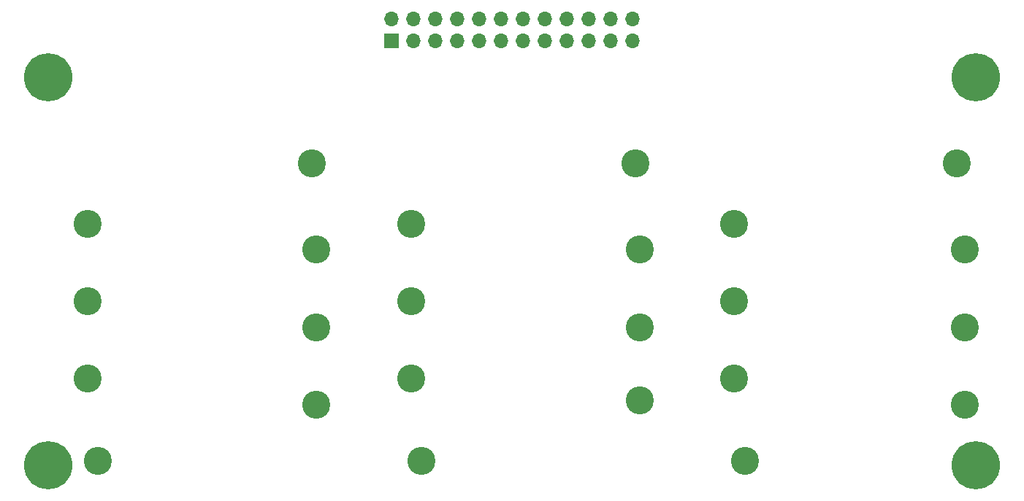
<source format=gbr>
%TF.GenerationSoftware,KiCad,Pcbnew,8.0.5*%
%TF.CreationDate,2024-09-30T14:26:47-04:00*%
%TF.ProjectId,LowerPOGO,4c6f7765-7250-44f4-974f-2e6b69636164,v4*%
%TF.SameCoordinates,Original*%
%TF.FileFunction,Soldermask,Bot*%
%TF.FilePolarity,Negative*%
%FSLAX46Y46*%
G04 Gerber Fmt 4.6, Leading zero omitted, Abs format (unit mm)*
G04 Created by KiCad (PCBNEW 8.0.5) date 2024-09-30 14:26:47*
%MOMM*%
%LPD*%
G01*
G04 APERTURE LIST*
%ADD10C,3.250000*%
%ADD11C,3.600000*%
%ADD12C,5.600000*%
%ADD13R,1.700000X1.700000*%
%ADD14O,1.700000X1.700000*%
G04 APERTURE END LIST*
D10*
%TO.C,J13*%
X135250000Y-126500000D03*
%TD*%
%TO.C,J3*%
X124250000Y-138500000D03*
%TD*%
%TO.C,J4*%
X124250000Y-147500000D03*
%TD*%
%TO.C,J9*%
X174000000Y-154000000D03*
%TD*%
D11*
%TO.C,H4*%
X200750000Y-154500000D03*
D12*
X200750000Y-154500000D03*
%TD*%
D10*
%TO.C,J11*%
X199500000Y-138500000D03*
%TD*%
D11*
%TO.C,H1*%
X93250000Y-109500000D03*
D12*
X93250000Y-109500000D03*
%TD*%
D11*
%TO.C,H2*%
X200750000Y-109500000D03*
D12*
X200750000Y-109500000D03*
%TD*%
D11*
%TO.C,H3*%
X93250000Y-154500000D03*
D12*
X93250000Y-154500000D03*
%TD*%
D10*
%TO.C,J6*%
X135250000Y-144500000D03*
%TD*%
%TO.C,J5*%
X136500000Y-154000000D03*
%TD*%
%TO.C,J17*%
X97750000Y-126500000D03*
%TD*%
%TO.C,J12*%
X199500000Y-147500000D03*
%TD*%
%TO.C,J21*%
X172750000Y-126500000D03*
%TD*%
%TO.C,J16*%
X123750000Y-119500000D03*
%TD*%
%TO.C,J22*%
X172750000Y-135500000D03*
%TD*%
%TO.C,J18*%
X97750000Y-135500000D03*
%TD*%
%TO.C,J1*%
X97750000Y-144500000D03*
%TD*%
%TO.C,J15*%
X124250000Y-129500000D03*
%TD*%
%TO.C,J23*%
X161750000Y-129500000D03*
%TD*%
%TO.C,J2*%
X99000000Y-154000000D03*
%TD*%
%TO.C,J19*%
X198500000Y-119500000D03*
%TD*%
%TO.C,J20*%
X199500000Y-129500000D03*
%TD*%
%TO.C,J14*%
X135250000Y-135500000D03*
%TD*%
%TO.C,J10*%
X172750000Y-144500000D03*
%TD*%
%TO.C,J24*%
X161250000Y-119500000D03*
%TD*%
%TO.C,J7*%
X161750000Y-147000000D03*
%TD*%
%TO.C,J8*%
X161750000Y-138500000D03*
%TD*%
D13*
%TO.C,J25*%
X133000000Y-105250000D03*
D14*
X135540000Y-105250000D03*
X138080000Y-105250000D03*
X140620000Y-105250000D03*
X143160000Y-105250000D03*
X145700000Y-105250000D03*
X148240000Y-105250000D03*
X150780000Y-105250000D03*
X153320000Y-105250000D03*
X155860000Y-105250000D03*
X158400000Y-105250000D03*
X160940000Y-105250000D03*
X133000000Y-102710000D03*
X135540000Y-102710000D03*
X138080000Y-102710000D03*
X140620000Y-102710000D03*
X143160000Y-102710000D03*
X145700000Y-102710000D03*
X148240000Y-102710000D03*
X150780000Y-102710000D03*
X153320000Y-102710000D03*
X155860000Y-102710000D03*
X158400000Y-102710000D03*
X160940000Y-102710000D03*
%TD*%
M02*

</source>
